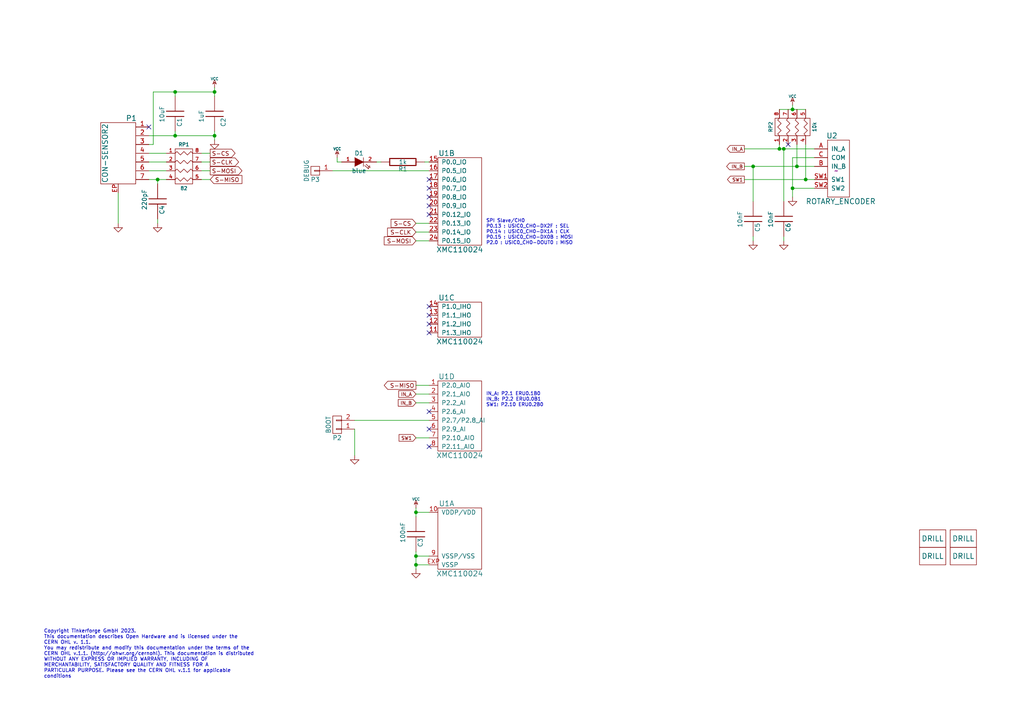
<source format=kicad_sch>
(kicad_sch (version 20230121) (generator eeschema)
  (paper "A4")
  (title_block (title "Rotary Encoder Bricklet") (date "2023-01-26") (rev "2.0") (company "Tinkerforge GmbH") (comment 1 "Licensed under CERN OHL v.1.1") (comment 2 "Copyright (©) 2023, T.Schneidermann <tim@tinkerforge.com>"))
  (lib_symbols
    (symbol "tinkerforge:C" (pin_numbers hide) (pin_names (offset 0.254))
      (property "Reference" "C" (at 1.27 2.54 0))
      (property "Value" "C" (at 1.27 -2.54 0))
      (symbol "C_0_1"
        (polyline (pts (xy -2.54 -0.762) (xy 2.54 -0.762)) (stroke (width 0.254)))
        (polyline (pts (xy -2.54 0.762) (xy 2.54 0.762)) (stroke (width 0.254)))
      )
      (symbol "C_1_1"
        (pin passive line (at 0 5.08 270) (length 4.318) (name "~") (number "1"))
        (pin passive line (at 0 -5.08 90) (length 4.318) (name "~") (number "2"))
      )
    )
    (symbol "tinkerforge:CON-SENSOR2" (pin_names (offset 1.016))
      (property "Reference" "P" (at -3.81 10.16 0))
      (property "Value" "CON-SENSOR2" (at 3.81 0 90))
      (symbol "CON-SENSOR2_0_1"
        (rectangle (start -5.08 8.89) (end 5.08 -8.89))
      )
      (symbol "CON-SENSOR2_1_1"
        (pin passive line (at -8.89 7.62 0) (length 3.81) (name "~") (number "1"))
        (pin passive line (at -8.89 5.08 0) (length 3.81) (name "~") (number "2"))
        (pin passive line (at -8.89 2.54 0) (length 3.81) (name "~") (number "3"))
        (pin passive line (at -8.89 0 0) (length 3.81) (name "~") (number "4"))
        (pin passive line (at -8.89 -2.54 0) (length 3.81) (name "~") (number "5"))
        (pin passive line (at -8.89 -5.08 0) (length 3.81) (name "~") (number "6"))
        (pin passive line (at -8.89 -7.62 0) (length 3.81) (name "~") (number "7"))
        (pin passive line (at 0 -11.43 90) (length 2.54) (name "~") (number "EP"))
      )
    )
    (symbol "tinkerforge:CONN_01X01" (pin_names (offset 1.016) hide)
      (property "Reference" "P" (at 0 2.54 0))
      (property "Value" "CONN_01X01" (at 2.54 0 90))
      (symbol "CONN_01X01_0_1"
        (rectangle (start -1.27 0.127) (end 0.254 -0.127))
        (rectangle (start -1.27 1.27) (end 1.27 -1.27))
      )
      (symbol "CONN_01X01_1_1"
        (pin passive line (at -5.08 0 0) (length 3.81) (name "P1") (number "1"))
      )
    )
    (symbol "tinkerforge:CONN_01X02" (pin_names (offset 1.016) hide)
      (property "Reference" "P" (at 0 3.81 0))
      (property "Value" "CONN_01X02" (at 2.54 0 90))
      (symbol "CONN_01X02_0_1"
        (rectangle (start -1.27 -1.143) (end 0.254 -1.397))
        (rectangle (start -1.27 1.397) (end 0.254 1.143))
        (rectangle (start -1.27 2.54) (end 1.27 -2.54))
      )
      (symbol "CONN_01X02_1_1"
        (pin passive line (at -5.08 1.27 0) (length 3.81) (name "P1") (number "1"))
        (pin passive line (at -5.08 -1.27 0) (length 3.81) (name "P2") (number "2"))
      )
    )
    (symbol "tinkerforge:DRILL" (pin_numbers hide) (pin_names (offset 0) hide)
      (property "Value" "DRILL" (at 0 0 0))
      (symbol "DRILL_0_1"
        (rectangle (start -3.81 2.54) (end 3.81 -2.54))
      )
    )
    (symbol "tinkerforge:GND" (power) (pin_names (offset 0))
      (property "Value" "GND" (at 0 -5.08 0))
      (symbol "GND_0_1"
        (polyline (pts (xy 0 0) (xy 0 -1.27) (xy 1.27 -1.27) (xy 0 -2.54) (xy -1.27 -1.27) (xy 0 -1.27)))
      )
      (symbol "GND_1_1"
        (pin power_in line (at 0 0 270) (length 0) hide (name "GND") (number "1"))
      )
    )
    (symbol "tinkerforge:LED" (pin_names (offset 1.016) hide)
      (property "Reference" "D" (at 0 2.54 0))
      (property "Value" "LED" (at 0 -2.54 0))
      (symbol "LED_0_1"
        (polyline (pts (xy 1.27 1.27) (xy 1.27 -1.27)))
        (polyline (pts (xy -1.27 1.27) (xy 1.27 0) (xy -1.27 -1.27)) (fill (type outline)))
        (polyline (pts (xy 1.651 -1.016) (xy 2.794 -2.032) (xy 2.667 -1.397)))
        (polyline (pts (xy 2.032 -0.635) (xy 3.175 -1.651) (xy 3.048 -1.016)))
      )
      (symbol "LED_1_1"
        (pin passive line (at -5.08 0 0) (length 3.81) (name "A") (number "1"))
        (pin passive line (at 5.08 0 180) (length 3.81) (name "K") (number "2"))
      )
    )
    (symbol "tinkerforge:R" (pin_numbers hide) (pin_names (offset 0))
      (property "Reference" "R" (at 2.032 0 90))
      (property "Value" "R" (at 0 0 90))
      (symbol "R_0_1"
        (rectangle (start -1.016 3.81) (end 1.016 -3.81) (stroke (width 0.3048)))
      )
      (symbol "R_1_1"
        (pin passive line (at 0 6.35 270) (length 2.54) (name "~") (number "1"))
        (pin passive line (at 0 -6.35 90) (length 2.54) (name "~") (number "2"))
      )
    )
    (symbol "tinkerforge:ROTARY_ENCODER" (pin_names (offset 1.016))
      (property "Reference" "U" (at -1.27 10.16 0))
      (property "Value" "ROTARY_ENCODER" (at 1.27 -8.89 0))
      (symbol "ROTARY_ENCODER_0_1"
        (rectangle (start -2.54 8.89) (end 3.81 -7.62))
      )
      (symbol "ROTARY_ENCODER_1_1"
        (pin input line (at -6.35 6.35 0) (length 3.81) (name "IN_A") (number "A"))
        (pin input line (at -6.35 1.27 0) (length 3.81) (name "IN_B") (number "B"))
        (pin input line (at -6.35 3.81 0) (length 3.81) (name "COM") (number "C"))
        (pin input line (at -6.35 -2.54 0) (length 3.81) (name "SW1") (number "SW1"))
        (pin input line (at -6.35 -5.08 0) (length 3.81) (name "SW2") (number "SW2"))
      )
    )
    (symbol "tinkerforge:R_PACK4" (pin_names hide)
      (property "Reference" "RP" (at 0 11.43 0))
      (property "Value" "R_PACK4" (at 0 -1.27 0))
      (symbol "R_PACK4_0_1"
        (polyline (pts (xy -2.54 10.16) (xy -2.54 0) (xy 2.54 0) (xy 2.54 10.16) (xy -2.54 10.16)))
        (polyline (pts (xy -2.54 1.27) (xy -2.032 1.778) (xy -1.016 0.762) (xy 0 1.778) (xy 1.016 0.762) (xy 2.032 1.778) (xy 2.54 1.27)))
        (polyline (pts (xy -2.54 3.81) (xy -2.032 4.318) (xy -1.016 3.302) (xy 0 4.318) (xy 1.016 3.302) (xy 2.032 4.318) (xy 2.54 3.81)))
        (polyline (pts (xy -2.54 6.35) (xy -2.032 6.858) (xy -1.016 5.842) (xy 0 6.858) (xy 1.016 5.842) (xy 2.032 6.858) (xy 2.54 6.35)))
        (polyline (pts (xy -2.54 8.89) (xy -2.032 9.398) (xy -1.016 8.382) (xy 0 9.398) (xy 1.016 8.382) (xy 2.032 9.398) (xy 2.54 8.89)))
      )
      (symbol "R_PACK4_1_1"
        (pin passive line (at -5.08 8.89 0) (length 2.54) (name "P1") (number "1"))
        (pin passive line (at -5.08 6.35 0) (length 2.54) (name "P2") (number "2"))
        (pin passive line (at -5.08 3.81 0) (length 2.54) (name "P3") (number "3"))
        (pin passive line (at -5.08 1.27 0) (length 2.54) (name "P4") (number "4"))
        (pin passive line (at 5.08 1.27 180) (length 2.54) (name "R4") (number "5"))
        (pin passive line (at 5.08 3.81 180) (length 2.54) (name "R3") (number "6"))
        (pin passive line (at 5.08 6.35 180) (length 2.54) (name "R2") (number "7"))
        (pin passive line (at 5.08 8.89 180) (length 2.54) (name "R1") (number "8"))
      )
    )
    (symbol "tinkerforge:VCC" (power) (pin_names (offset 0))
      (property "Value" "VCC" (at 0 3.175 0))
      (symbol "VCC_0_0"
        (pin power_in line (at 0 0 90) (length 0) hide (name "VCC") (number "1"))
      )
      (symbol "VCC_0_1"
        (polyline (pts (xy 0 1.524) (xy 0 0)))
        (polyline (pts (xy 0 1.524) (xy 0.508 1.016) (xy 0 2.286) (xy -0.508 1.016) (xy 0 1.524) (xy 0 1.524)))
      )
    )
    (symbol "tinkerforge:XMC1XXX24" (pin_names (offset 1.016))
      (property "Reference" "U" (at -3.81 15.24 0))
      (property "Value" "XMC1XXX24" (at 0 -16.51 0))
      (symbol "XMC1XXX24_1_1"
        (rectangle (start -6.35 8.89) (end 6.35 -8.89))
        (pin passive line (at -8.89 7.62 0) (length 2.54) (name "VDDP/VDD") (number "10"))
        (pin passive line (at -8.89 -5.08 0) (length 2.54) (name "VSSP/VSS") (number "9"))
        (pin passive line (at -8.89 -7.62 0) (length 2.54) (name "VSSP") (number "EXP"))
      )
      (symbol "XMC1XXX24_2_1"
        (rectangle (start -6.35 12.7) (end 6.35 -12.7))
        (pin passive line (at -8.89 11.43 0) (length 2.54) (name "P0.0_IO") (number "15"))
        (pin passive line (at -8.89 8.89 0) (length 2.54) (name "P0.5_IO") (number "16"))
        (pin passive line (at -8.89 6.35 0) (length 2.54) (name "P0.6_IO") (number "17"))
        (pin passive line (at -8.89 3.81 0) (length 2.54) (name "P0.7_IO") (number "18"))
        (pin passive line (at -8.89 1.27 0) (length 2.54) (name "P0.8_IO") (number "19"))
        (pin passive line (at -8.89 -1.27 0) (length 2.54) (name "P0.9_IO") (number "20"))
        (pin passive line (at -8.89 -3.81 0) (length 2.54) (name "P0.12_IO") (number "21"))
        (pin passive line (at -8.89 -6.35 0) (length 2.54) (name "P0.13_IO") (number "22"))
        (pin passive line (at -8.89 -8.89 0) (length 2.54) (name "P0.14_IO") (number "23"))
        (pin passive line (at -8.89 -11.43 0) (length 2.54) (name "P0.15_IO") (number "24"))
      )
      (symbol "XMC1XXX24_3_1"
        (rectangle (start -6.35 5.08) (end 6.35 -5.08))
        (pin passive line (at -8.89 -3.81 0) (length 2.54) (name "P1.3_IHO") (number "11"))
        (pin passive line (at -8.89 -1.27 0) (length 2.54) (name "P1.2_IHO") (number "12"))
        (pin passive line (at -8.89 1.27 0) (length 2.54) (name "P1.1_IHO") (number "13"))
        (pin passive line (at -8.89 3.81 0) (length 2.54) (name "P1.0_IHO") (number "14"))
      )
      (symbol "XMC1XXX24_4_1"
        (rectangle (start -6.35 10.16) (end 6.35 -10.16))
        (pin passive line (at -8.89 8.89 0) (length 2.54) (name "P2.0_AIO") (number "1"))
        (pin passive line (at -8.89 6.35 0) (length 2.54) (name "P2.1_AIO") (number "2"))
        (pin passive line (at -8.89 3.81 0) (length 2.54) (name "P2.2_AI") (number "3"))
        (pin passive line (at -8.89 1.27 0) (length 2.54) (name "P2.6_AI") (number "4"))
        (pin passive line (at -8.89 -1.27 0) (length 2.54) (name "P2.7/P2.8_AI") (number "5"))
        (pin passive line (at -8.89 -3.81 0) (length 2.54) (name "P2.9_AI") (number "6"))
        (pin passive line (at -8.89 -6.35 0) (length 2.54) (name "P2.10_AIO") (number "7"))
        (pin passive line (at -8.89 -8.89 0) (length 2.54) (name "P2.11_AIO") (number "8"))
      )
    )
  )
  (junction (at 62.23 26.67))
  (junction (at 231.14 48.26))
  (junction (at 50.8 26.67))
  (junction (at 120.65 148.59))
  (junction (at 226.06 43.18))
  (junction (at 62.23 39.37))
  (junction (at 120.65 163.83))
  (junction (at 45.72 52.07))
  (junction (at 50.8 39.37))
  (junction (at 218.44 48.26))
  (junction (at 229.87 54.61))
  (junction (at 229.87 31.75))
  (junction (at 233.68 52.07))
  (junction (at 227.33 43.18))
  (junction (at 120.65 161.29))
  (no_connect (at 124.46 91.44))
  (no_connect (at 124.46 57.15))
  (no_connect (at 124.46 119.38))
  (no_connect (at 124.46 54.61))
  (no_connect (at 124.46 96.52))
  (no_connect (at 43.18 36.83))
  (no_connect (at 124.46 52.07))
  (no_connect (at 124.46 88.9))
  (no_connect (at 124.46 59.69))
  (no_connect (at 124.46 93.98))
  (no_connect (at 124.46 62.23))
  (no_connect (at 228.6 41.91))
  (no_connect (at 124.46 129.54))
  (no_connect (at 124.46 124.46))
  (wire (pts (xy 45.72 53.34) (xy 45.72 52.07)))
  (wire (pts (xy 124.46 163.83) (xy 120.65 163.83)))
  (wire (pts (xy 96.52 49.53) (xy 124.46 49.53)))
  (wire (pts (xy 45.72 63.5) (xy 45.72 64.77)))
  (wire (pts (xy 124.46 64.77) (xy 120.65 64.77)))
  (wire (pts (xy 120.65 147.32) (xy 120.65 148.59)))
  (wire (pts (xy 229.87 54.61) (xy 229.87 57.15)))
  (wire (pts (xy 43.18 52.07) (xy 45.72 52.07)))
  (wire (pts (xy 110.49 46.99) (xy 109.22 46.99)))
  (wire (pts (xy 120.65 161.29) (xy 120.65 163.83)))
  (wire (pts (xy 50.8 39.37) (xy 62.23 39.37)))
  (wire (pts (xy 227.33 69.85) (xy 227.33 68.58)))
  (wire (pts (xy 226.06 31.75) (xy 229.87 31.75)))
  (wire (pts (xy 229.87 31.75) (xy 229.87 30.48)))
  (wire (pts (xy 124.46 114.3) (xy 120.65 114.3)))
  (wire (pts (xy 62.23 25.4) (xy 62.23 26.67)))
  (wire (pts (xy 120.65 148.59) (xy 120.65 149.86)))
  (wire (pts (xy 48.26 49.53) (xy 43.18 49.53)))
  (wire (pts (xy 99.06 46.99) (xy 97.79 46.99)))
  (wire (pts (xy 123.19 46.99) (xy 124.46 46.99)))
  (wire (pts (xy 34.29 55.88) (xy 34.29 64.77)))
  (wire (pts (xy 97.79 46.99) (xy 97.79 45.72)))
  (wire (pts (xy 215.9 48.26) (xy 218.44 48.26)))
  (wire (pts (xy 60.96 44.45) (xy 58.42 44.45)))
  (wire (pts (xy 62.23 39.37) (xy 62.23 40.64)))
  (wire (pts (xy 44.45 41.91) (xy 44.45 26.67)))
  (wire (pts (xy 120.65 160.02) (xy 120.65 161.29)))
  (wire (pts (xy 124.46 111.76) (xy 120.65 111.76)))
  (wire (pts (xy 218.44 69.85) (xy 218.44 68.58)))
  (wire (pts (xy 43.18 41.91) (xy 44.45 41.91)))
  (wire (pts (xy 226.06 43.18) (xy 227.33 43.18)))
  (wire (pts (xy 236.22 45.72) (xy 229.87 45.72)))
  (wire (pts (xy 62.23 26.67) (xy 62.23 27.94)))
  (wire (pts (xy 215.9 43.18) (xy 226.06 43.18)))
  (wire (pts (xy 45.72 52.07) (xy 48.26 52.07)))
  (wire (pts (xy 226.06 41.91) (xy 226.06 43.18)))
  (wire (pts (xy 43.18 46.99) (xy 48.26 46.99)))
  (wire (pts (xy 50.8 26.67) (xy 62.23 26.67)))
  (wire (pts (xy 50.8 39.37) (xy 50.8 38.1)))
  (wire (pts (xy 60.96 49.53) (xy 58.42 49.53)))
  (wire (pts (xy 231.14 48.26) (xy 236.22 48.26)))
  (wire (pts (xy 120.65 163.83) (xy 120.65 165.1)))
  (wire (pts (xy 231.14 41.91) (xy 231.14 48.26)))
  (wire (pts (xy 58.42 46.99) (xy 60.96 46.99)))
  (wire (pts (xy 43.18 39.37) (xy 50.8 39.37)))
  (wire (pts (xy 233.68 41.91) (xy 233.68 52.07)))
  (wire (pts (xy 236.22 54.61) (xy 229.87 54.61)))
  (wire (pts (xy 227.33 58.42) (xy 227.33 43.18)))
  (wire (pts (xy 124.46 69.85) (xy 120.65 69.85)))
  (wire (pts (xy 124.46 161.29) (xy 120.65 161.29)))
  (wire (pts (xy 218.44 58.42) (xy 218.44 48.26)))
  (wire (pts (xy 233.68 52.07) (xy 236.22 52.07)))
  (wire (pts (xy 62.23 38.1) (xy 62.23 39.37)))
  (wire (pts (xy 124.46 148.59) (xy 120.65 148.59)))
  (wire (pts (xy 215.9 52.07) (xy 233.68 52.07)))
  (wire (pts (xy 44.45 26.67) (xy 50.8 26.67)))
  (wire (pts (xy 48.26 44.45) (xy 43.18 44.45)))
  (wire (pts (xy 124.46 127) (xy 120.65 127)))
  (wire (pts (xy 120.65 116.84) (xy 124.46 116.84)))
  (wire (pts (xy 124.46 121.92) (xy 102.87 121.92)))
  (wire (pts (xy 229.87 45.72) (xy 229.87 54.61)))
  (wire (pts (xy 50.8 27.94) (xy 50.8 26.67)))
  (wire (pts (xy 229.87 31.75) (xy 233.68 31.75)))
  (wire (pts (xy 102.87 124.46) (xy 102.87 132.08)))
  (wire (pts (xy 58.42 52.07) (xy 60.96 52.07)))
  (wire (pts (xy 218.44 48.26) (xy 231.14 48.26)))
  (wire (pts (xy 120.65 67.31) (xy 124.46 67.31)))
  (wire (pts (xy 227.33 43.18) (xy 236.22 43.18)))
  (text "IN_A: P2.1 ERU0.1B0\nIN_B: P2.2 ERU0.0B1\nSW1: P2.10 ERU0.2B0" (at 140.97 118.11 0) (effects (font (size 0.9906 0.9906)) (justify left bottom)))
  (text "Copyright Tinkerforge GmbH 2023.\nThis documentation describes Open Hardware and is licensed under the\nCERN OHL v. 1.1.\nYou may redistribute and modify this documentation under the terms of the\nCERN OHL v.1.1. (http://ohwr.org/cernohl). This documentation is distributed\nWITHOUT ANY EXPRESS OR IMPLIED WARRANTY, INCLUDING OF\nMERCHANTABILITY, SATISFACTORY QUALITY AND FITNESS FOR A\nPARTICULAR PURPOSE. Please see the CERN OHL v.1.1 for applicable\nconditions\n" (at 12.7 196.85 0) (effects (font (size 1.016 1.016)) (justify left bottom)))
  (text "SPI Slave/CH0\nP0.13 : USIC0_CH0-DX2F : SEL\nP0.14 : USIC0_CH0-DX1A : CLK\nP0.15 : USIC0_CH0-DX0B : MOSI\nP2.0 : USIC0_CH0-DOUT0 : MISO" (at 140.97 71.12 0) (effects (font (size 0.9906 0.9906)) (justify left bottom)))
  (global_label "S-CLK" (shape output) (at 60.96 46.99 0) (effects (font (size 1.1938 1.1938))) (property "Intersheetrefs" "${INTERSHEET_REFS}" (effects hide)))
  (global_label "IN_A" (shape input) (at 120.65 114.3 180) (effects (font (size 0.9906 0.9906))) (property "Intersheetrefs" "${INTERSHEET_REFS}" (effects hide)))
  (global_label "SW1" (shape output) (at 215.9 52.07 180) (effects (font (size 0.9906 0.9906))) (property "Intersheetrefs" "${INTERSHEET_REFS}" (effects hide)))
  (global_label "S-MISO" (shape output) (at 120.65 111.76 180) (effects (font (size 1.1938 1.1938))) (property "Intersheetrefs" "${INTERSHEET_REFS}" (effects hide)))
  (global_label "S-MISO" (shape input) (at 60.96 52.07 0) (effects (font (size 1.1938 1.1938))) (property "Intersheetrefs" "${INTERSHEET_REFS}" (effects hide)))
  (global_label "S-MOSI" (shape input) (at 120.65 69.85 180) (effects (font (size 1.1938 1.1938))) (property "Intersheetrefs" "${INTERSHEET_REFS}" (effects hide)))
  (global_label "IN_A" (shape output) (at 215.9 43.18 180) (effects (font (size 0.9906 0.9906))) (property "Intersheetrefs" "${INTERSHEET_REFS}" (effects hide)))
  (global_label "SW1" (shape input) (at 120.65 127 180) (effects (font (size 0.9906 0.9906))) (property "Intersheetrefs" "${INTERSHEET_REFS}" (effects hide)))
  (global_label "S-CS" (shape output) (at 60.96 44.45 0) (effects (font (size 1.1938 1.1938))) (property "Intersheetrefs" "${INTERSHEET_REFS}" (effects hide)))
  (global_label "IN_B" (shape output) (at 215.9 48.26 180) (effects (font (size 0.9906 0.9906))) (property "Intersheetrefs" "${INTERSHEET_REFS}" (effects hide)))
  (global_label "S-CLK" (shape input) (at 120.65 67.31 180) (effects (font (size 1.1938 1.1938))) (property "Intersheetrefs" "${INTERSHEET_REFS}" (effects hide)))
  (global_label "IN_B" (shape input) (at 120.65 116.84 180) (effects (font (size 0.9906 0.9906))) (property "Intersheetrefs" "${INTERSHEET_REFS}" (effects hide)))
  (global_label "S-MOSI" (shape output) (at 60.96 49.53 0) (effects (font (size 1.1938 1.1938))) (property "Intersheetrefs" "${INTERSHEET_REFS}" (effects hide)))
  (global_label "S-CS" (shape input) (at 120.65 64.77 180) (effects (font (size 1.1938 1.1938))) (property "Intersheetrefs" "${INTERSHEET_REFS}" (effects hide)))
  (symbol (lib_id "tinkerforge:GND") (at 45.72 64.77 0) (unit 1)
    (property "Reference" "#PWR03" (effects hide))
    (property "Value" "GND" (effects hide))
  )
  (symbol (lib_id "tinkerforge:C") (at 50.8 33.02 0) (unit 1)
    (property "Reference" "C1" (at 52.07 36.83 90) (effects (justify left)))
    (property "Value" "10uF" (at 46.99 35.56 90) (effects (justify left)))
    (property "Footprint" "kicad-libraries:C0805E" (effects hide))
  )
  (symbol (lib_id "tinkerforge:DRILL") (at 279.4 156.21 0) (unit 1)
    (property "Reference" "U5" (effects hide))
    (property "Value" "DRILL" (at 279.4 156.21 0) (effects (font (size 1.524 1.524))))
    (property "Footprint" "kicad-libraries:DRILL_NP" (effects hide))
  )
  (symbol (lib_id "tinkerforge:DRILL") (at 279.4 161.29 0) (unit 1)
    (property "Reference" "U6" (effects hide))
    (property "Value" "DRILL" (at 279.4 161.29 0) (effects (font (size 1.524 1.524))))
    (property "Footprint" "kicad-libraries:DRILL_NP" (effects hide))
  )
  (symbol (lib_id "tinkerforge:DRILL") (at 270.51 161.29 0) (unit 1)
    (property "Reference" "U4" (effects hide))
    (property "Value" "DRILL" (at 270.51 161.29 0) (effects (font (size 1.524 1.524))))
    (property "Footprint" "kicad-libraries:DRILL_NP" (effects hide))
  )
  (symbol (lib_id "tinkerforge:DRILL") (at 270.51 156.21 0) (unit 1)
    (property "Reference" "U3" (effects hide))
    (property "Value" "DRILL" (at 270.51 156.21 0) (effects (font (size 1.524 1.524))))
    (property "Footprint" "kicad-libraries:DRILL_NP" (effects hide))
  )
  (symbol (lib_id "tinkerforge:VCC") (at 62.23 25.4 0) (unit 1)
    (property "Reference" "#PWR02" (effects hide))
    (property "Value" "VCC" (at 62.23 22.86 0) (effects (font (size 0.762 0.762))))
  )
  (symbol (lib_id "tinkerforge:GND") (at 120.65 165.1 0) (unit 1)
    (property "Reference" "#PWR01" (effects hide))
    (property "Value" "GND" (effects hide))
  )
  (symbol (lib_id "tinkerforge:VCC") (at 229.87 30.48 0) (unit 1)
    (property "Reference" "#PWR04" (effects hide))
    (property "Value" "VCC" (at 229.87 27.94 0) (effects (font (size 0.762 0.762))))
  )
  (symbol (lib_id "tinkerforge:ROTARY_ENCODER") (at 242.57 49.53 0) (unit 1)
    (property "Reference" "U2" (at 241.3 39.37 0) (effects (font (size 1.524 1.524))))
    (property "Value" "ROTARY_ENCODER" (at 243.84 58.42 0) (effects (font (size 1.524 1.524))))
    (property "Footprint" "kicad-libraries:ROTARY_ENCODER" (effects hide))
    (property "Datasheet" "~" (at 242.57 49.53 0) (effects (font (size 1.524 1.524))))
  )
  (symbol (lib_id "tinkerforge:GND") (at 229.87 57.15 0) (unit 1)
    (property "Reference" "#PWR05" (effects hide))
    (property "Value" "GND" (effects hide))
  )
  (symbol (lib_id "tinkerforge:R_PACK4") (at 234.95 36.83 90) (unit 1)
    (property "Reference" "RP2" (at 223.52 36.83 0) (effects (font (size 1.016 1.016))))
    (property "Value" "10k" (at 236.22 36.83 0) (effects (font (size 1.016 1.016))))
    (property "Footprint" "kicad-libraries:4X0603" (effects hide))
  )
  (symbol (lib_id "tinkerforge:CON-SENSOR2") (at 34.29 44.45 0) (mirror y) (unit 1)
    (property "Reference" "P1" (at 38.1 34.29 0) (effects (font (size 1.524 1.524))))
    (property "Value" "CON-SENSOR2" (at 30.48 44.45 90) (effects (font (size 1.524 1.524))))
    (property "Footprint" "kicad-libraries:CON-SENSOR2" (effects hide))
  )
  (symbol (lib_id "tinkerforge:C") (at 62.23 33.02 0) (unit 1)
    (property "Reference" "C2" (at 64.77 36.83 90) (effects (justify left)))
    (property "Value" "1uF" (at 58.42 35.56 90) (effects (justify left)))
    (property "Footprint" "kicad-libraries:C0603F" (effects hide))
  )
  (symbol (lib_id "tinkerforge:GND") (at 62.23 40.64 0) (unit 1)
    (property "Reference" "#PWR06" (effects hide))
    (property "Value" "GND" (effects hide))
  )
  (symbol (lib_id "tinkerforge:R_PACK4") (at 53.34 53.34 0) (unit 1)
    (property "Reference" "RP1" (at 53.34 41.91 0) (effects (font (size 1.016 1.016))))
    (property "Value" "82" (at 53.34 54.61 0) (effects (font (size 1.016 1.016))))
    (property "Footprint" "kicad-libraries:4X0402" (effects hide))
  )
  (symbol (lib_id "tinkerforge:XMC1XXX24") (at 133.35 156.21 0) (unit 1)
    (property "Reference" "U1" (at 129.54 146.05 0) (effects (font (size 1.524 1.524))))
    (property "Value" "XMC110024" (at 133.35 166.37 0) (effects (font (size 1.524 1.524))))
    (property "Footprint" "kicad-libraries:QFN24-4x4mm-0.5mm" (effects hide))
  )
  (symbol (lib_id "tinkerforge:XMC1XXX24") (at 133.35 58.42 0) (unit 2)
    (property "Reference" "U1" (at 129.54 44.45 0) (effects (font (size 1.524 1.524))))
    (property "Value" "XMC110024" (at 133.35 72.39 0) (effects (font (size 1.524 1.524))))
    (property "Footprint" "kicad-libraries:QFN24-4x4mm-0.5mm" (effects hide))
  )
  (symbol (lib_id "tinkerforge:XMC1XXX24") (at 133.35 92.71 0) (unit 3)
    (property "Reference" "U1" (at 129.54 86.36 0) (effects (font (size 1.524 1.524))))
    (property "Value" "XMC110024" (at 133.35 99.06 0) (effects (font (size 1.524 1.524))))
    (property "Footprint" "kicad-libraries:QFN24-4x4mm-0.5mm" (effects hide))
  )
  (symbol (lib_id "tinkerforge:XMC1XXX24") (at 133.35 120.65 0) (unit 4)
    (property "Reference" "U1" (at 129.54 109.22 0) (effects (font (size 1.524 1.524))))
    (property "Value" "XMC110024" (at 133.35 132.08 0) (effects (font (size 1.524 1.524))))
    (property "Footprint" "kicad-libraries:QFN24-4x4mm-0.5mm" (effects hide))
  )
  (symbol (lib_id "tinkerforge:C") (at 120.65 154.94 0) (unit 1)
    (property "Reference" "C3" (at 121.92 158.75 90) (effects (justify left)))
    (property "Value" "100nF" (at 116.84 157.48 90) (effects (justify left)))
    (property "Footprint" "kicad-libraries:C0603F" (effects hide))
  )
  (symbol (lib_id "tinkerforge:VCC") (at 120.65 147.32 0) (unit 1)
    (property "Reference" "#PWR07" (effects hide))
    (property "Value" "VCC" (at 120.65 144.78 0) (effects (font (size 0.762 0.762))))
  )
  (symbol (lib_id "tinkerforge:CONN_01X01") (at 91.44 49.53 180) (unit 1)
    (property "Reference" "P3" (at 91.44 52.07 0))
    (property "Value" "DEBUG" (at 88.9 49.53 90))
    (property "Footprint" "kicad-libraries:DEBUG_PAD" (effects hide))
  )
  (symbol (lib_id "tinkerforge:CONN_01X02") (at 97.79 123.19 180) (unit 1)
    (property "Reference" "P2" (at 97.79 127 0))
    (property "Value" "BOOT" (at 95.25 123.19 90))
    (property "Footprint" "kicad-libraries:SolderJumper" (effects hide))
  )
  (symbol (lib_id "tinkerforge:GND") (at 102.87 132.08 0) (unit 1)
    (property "Reference" "#PWR08" (effects hide))
    (property "Value" "GND" (effects hide))
  )
  (symbol (lib_id "tinkerforge:R") (at 116.84 46.99 270) (unit 1)
    (property "Reference" "R1" (at 116.84 49.022 90))
    (property "Value" "1k" (at 116.84 46.99 90))
    (property "Footprint" "kicad-libraries:R0603F" (effects hide))
  )
  (symbol (lib_id "tinkerforge:LED") (at 104.14 46.99 0) (unit 1)
    (property "Reference" "D1" (at 104.14 44.45 0))
    (property "Value" "blue" (at 104.14 49.53 0))
    (property "Footprint" "kicad-libraries:D0603F" (effects hide))
  )
  (symbol (lib_id "tinkerforge:VCC") (at 97.79 45.72 0) (unit 1)
    (property "Reference" "#PWR09" (effects hide))
    (property "Value" "VCC" (at 97.79 43.18 0) (effects (font (size 0.762 0.762))))
  )
  (symbol (lib_id "tinkerforge:C") (at 45.72 58.42 0) (unit 1)
    (property "Reference" "C4" (at 46.99 62.23 90) (effects (justify left)))
    (property "Value" "220pF" (at 41.91 60.96 90) (effects (justify left)))
    (property "Footprint" "kicad-libraries:C0402F" (effects hide))
  )
  (symbol (lib_id "tinkerforge:GND") (at 34.29 64.77 0) (unit 1)
    (property "Reference" "#PWR010" (effects hide))
    (property "Value" "GND" (effects hide))
  )
  (symbol (lib_id "tinkerforge:C") (at 218.44 63.5 0) (unit 1)
    (property "Reference" "C5" (at 219.71 67.31 90) (effects (justify left)))
    (property "Value" "10nF" (at 214.63 66.04 90) (effects (justify left)))
    (property "Footprint" "kicad-libraries:C0603F" (effects hide))
  )
  (symbol (lib_id "tinkerforge:C") (at 227.33 63.5 0) (unit 1)
    (property "Reference" "C6" (at 228.6 67.31 90) (effects (justify left)))
    (property "Value" "10nF" (at 223.52 66.04 90) (effects (justify left)))
    (property "Footprint" "kicad-libraries:C0603F" (effects hide))
  )
  (symbol (lib_id "tinkerforge:GND") (at 218.44 69.85 0) (unit 1)
    (property "Reference" "#PWR011" (effects hide))
    (property "Value" "GND" (effects hide))
  )
  (symbol (lib_id "tinkerforge:GND") (at 227.33 69.85 0) (unit 1)
    (property "Reference" "#PWR012" (effects hide))
    (property "Value" "GND" (effects hide))
  )
)
</source>
